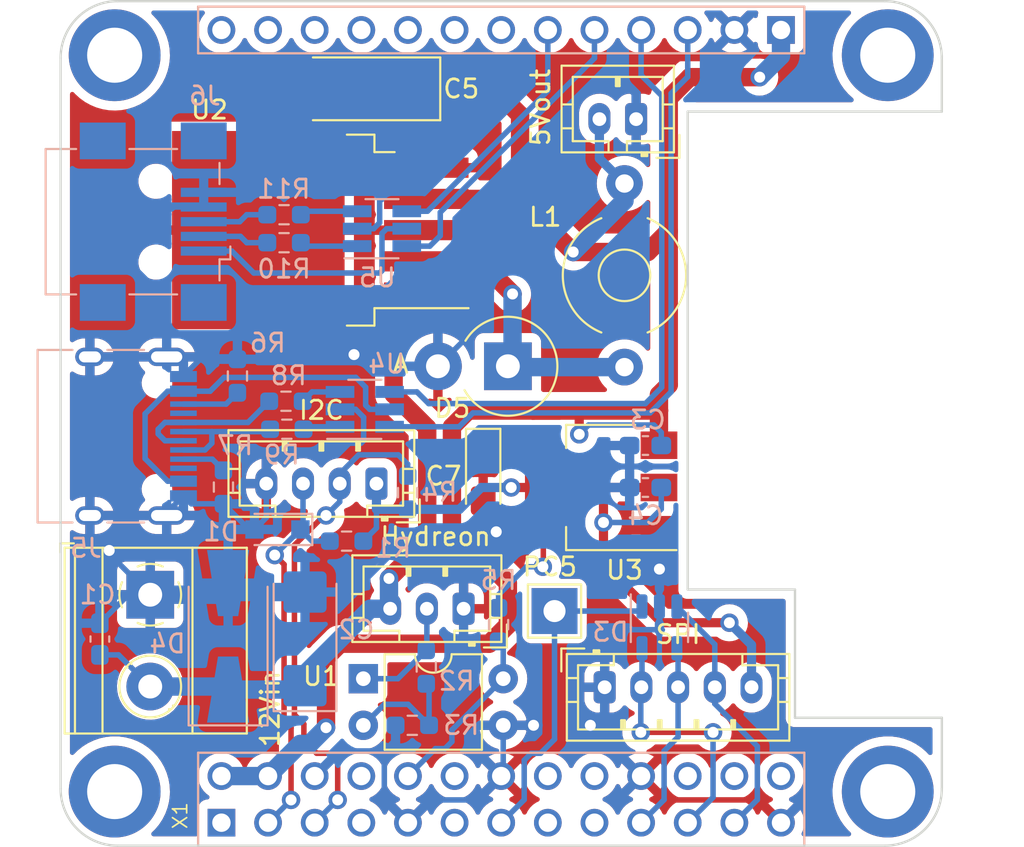
<source format=kicad_pcb>
(kicad_pcb (version 20211014) (generator pcbnew)
  (layers (0 "F.Cu" signal "Top") (31 "B.Cu" signal "Bottom") (34 "B.Paste" user) (35 "F.Paste" user) (36 "B.SilkS" user "B.Silkscreen") (37 "F.SilkS" user "F.Silkscreen") (38 "B.Mask" user) (39 "F.Mask" user) (44 "Edge.Cuts" user))
  (net 0 "")
  (net 1 "+12V")
  (net 2 "GND")
  (net 3 "+5V")
  (net 4 "+3.3V")
  (net 5 "/SDA")
  (net 6 "/SCK")
  (net 7 "/PC5")
  (net 8 "/CLK")
  (net 9 "/MOSI")
  (net 10 "/MISO")
  (net 11 "Net-(D5-Pad1)")
  (net 12 "Net-(J1-Pad2)")
  (net 13 "Net-(J5-PadA5)")
  (net 14 "/USB_DP2")
  (net 15 "/USB_DM2")
  (net 17 "Net-(J5-PadB5)")
  (net 19 "/USB_DM3")
  (net 20 "/USB_DP3")
  (net 21 "Net-(R2-Pad2)")
  (net 22 "/RX")
  (net 23 "Net-(R8-Pad2)")
  (net 24 "Net-(R9-Pad2)")
  (net 25 "/VB2")
  (net 26 "Net-(J5-PadA6)")
  (net 27 "Net-(J5-PadA7)")
  (net 28 "/VB3")
  (net 29 "Net-(J6-Pad2)")
  (net 30 "Net-(J6-Pad3)")
  (net 31 "Net-(R10-Pad2)")
  (net 32 "Net-(R11-Pad2)")
  (footprint "Package_TO_SOT_SMD:TO-263-5_TabPin3" (layer "F.Cu") (at 95.825 63.959 180)
    (fp_text reference "U2")
    (fp_text value "LM2576-5.0")
  )
  (footprint "opi-hat:OPIOHATDEB" (layer "F.Cu") (at 90.441253 96.236509)
    (fp_text reference "X1")
    (fp_text value "OPI-ZERO2-XDEB")
    (fp_line (start 36.140046 -44.749609) (end -5.659953 -44.749609) (layer "Edge.Cuts") (width 0.127))
    (fp_line (start 39.240046 -38.735) (end 39.240046 -41.649609) (layer "Edge.Cuts") (width 0.127))
    (fp_line (start -8.759953 -41.649609) (end -8.759953 -1.849609) (layer "Edge.Cuts") (width 0.127))
    (fp_line (start 39.240046 -38.735) (end 25.4 -38.735) (layer "Edge.Cuts") (width 0.127))
    (fp_line (start 25.4 -38.735) (end 25.4 -12.7) (layer "Edge.Cuts") (width 0.127))
    (fp_line (start 25.4 -12.7) (end 31.242 -12.7) (layer "Edge.Cuts") (width 0.127))
    (fp_line (start 31.242 -5.715) (end 39.243 -5.715) (layer "Edge.Cuts") (width 0.127))
    (fp_line (start 39.243 -5.715) (end 39.243 -1.8542) (layer "Edge.Cuts") (width 0.127))
    (fp_line (start -5.659953 1.25039) (end 36.140046 1.25039) (layer "Edge.Cuts") (width 0.127))
    (fp_line (start 31.242 -12.7) (end 31.242 -5.715) (layer "Edge.Cuts") (width 0.127))
    (fp_arc (start 39.240045 -1.849609) (mid 38.332076 0.342419) (end 36.140046 1.25039) (layer "Edge.Cuts") (width 0.127))
    (fp_arc (start -5.659953 1.250391) (mid -7.851984 0.342422) (end -8.759953 -1.849609) (layer "Edge.Cuts") (width 0.127))
    (fp_arc (start -8.759953 -41.649609) (mid -7.851984 -43.84164) (end -5.659953 -44.749609) (layer "Edge.Cuts") (width 0.127))
    (fp_arc (start 36.140046 -44.749609) (mid 38.332079 -43.841641) (end 39.240046 -41.649609) (layer "Edge.Cuts") (width 0.127))
  )
  (footprint "Connector_JST:JST_PH_B2B-PH-K_1x02_P2.00mm_Vertical" (layer "F.Cu") (at 113.03 57.912 180)
    (fp_text reference "J7" hide)
    (fp_text value "5Vout")
  )
  (footprint "Diode_THT:D_DO-201_P3.81mm_Vertical_AnodeUp" (layer "F.Cu") (at 106.045 71.374 180)
    (fp_text reference "D5")
    (fp_text value "1N5822")
  )
  (footprint "Connector_JST:JST_PH_B5B-PH-K_1x05_P2.00mm_Vertical" (layer "F.Cu") (at 111.316 88.858)
    (fp_text reference "J3" hide)
    (fp_text value "SPI")
  )
  (footprint "TerminalBlock_Phoenix:TerminalBlock_Phoenix_MKDS-1,5-2_1x02_P5.00mm_Horizontal" (layer "F.Cu") (at 86.563 83.82 -90)
    (fp_text reference "J4" hide)
    (fp_text value "12Vin")
  )
  (footprint "Inductor_THT:L_Toroid_Horizontal_D6.5mm_P10.00mm_Diameter7-5mm_Amidon-T25" (layer "F.Cu") (at 112.395 61.421 -90)
    (fp_text reference "L1")
    (fp_text value "100u")
  )
  (footprint "Capacitor_Tantalum_SMD:CP_EIA-3216-18_Kemet-A_Pad1.58x1.35mm_HandSolder" (layer "F.Cu") (at 104.6988 77.2668 -90)
    (fp_text reference "C7")
    (fp_text value "47u 6V")
  )
  (footprint "Package_TO_SOT_SMD:SOT-223-3_TabPin2" (layer "F.Cu") (at 111.125 77.978 180)
    (fp_text reference "U3")
    (fp_text value "LM1117-3.3")
  )
  (footprint "Package_DIP:DIP-4_W7.62mm" (layer "F.Cu") (at 98.171 88.392)
    (fp_text reference "U1")
    (fp_text value "PC817")
  )
  (footprint "TestPoint:TestPoint_THTPad_2.5x2.5mm_Drill1.2mm" (layer "F.Cu") (at 108.585 84.709)
    (fp_text reference "TP7" hide)
    (fp_text value "PC5")
  )
  (footprint "Connector_JST:JST_PH_B3B-PH-K_1x03_P2.00mm_Vertical" (layer "F.Cu") (at 103.632 84.582 180)
    (fp_text reference "J1" hide)
    (fp_text value "Hydreon")
  )
  (footprint "Connector_JST:JST_PH_B4B-PH-K_1x04_P2.00mm_Vertical" (layer "F.Cu") (at 98.885 77.766 180)
    (fp_text reference "J2" hide)
    (fp_text value "I2C")
  )
  (footprint "Capacitor_Tantalum_SMD:CP_EIA-6032-28_Kemet-C_Pad2.25x2.35mm_HandSolder" (layer "F.Cu") (at 98.425 56.261 180)
    (fp_text reference "C5")
    (fp_text value "47u 10V")
  )
  (footprint "Capacitor_SMD:C_0603_1608Metric_Pad1.08x0.95mm_HandSolder" (layer "B.Cu") (at 83.82 86.233 90)
    (fp_text reference "C1")
    (fp_text value "0.1")
  )
  (footprint "Resistor_SMD:R_0603_1608Metric_Pad0.98x0.95mm_HandSolder" (layer "B.Cu") (at 100.584 78.2555 -90)
    (fp_text reference "R4")
    (fp_text value "1k")
  )
  (footprint "Package_TO_SOT_SMD:SOT-23-6_Handsoldering" (layer "B.Cu") (at 98.251 73.721)
    (fp_text reference "U4")
    (fp_text value "USBLC6-2SC6")
  )
  (footprint "Resistor_SMD:R_0603_1608Metric_Pad0.98x0.95mm_HandSolder" (layer "B.Cu") (at 93.853 63.119)
    (fp_text reference "R11")
    (fp_text value "22")
  )
  (footprint "Capacitor_SMD:C_0603_1608Metric_Pad1.08x0.95mm_HandSolder" (layer "B.Cu") (at 113.538 77.978 180)
    (fp_text reference "C4")
    (fp_text value "0.1")
  )
  (footprint "Resistor_SMD:R_0603_1608Metric_Pad0.98x0.95mm_HandSolder" (layer "B.Cu") (at 94.0035 74.803)
    (fp_text reference "R9")
    (fp_text value "22")
  )
  (footprint "Resistor_SMD:R_0603_1608Metric_Pad0.98x0.95mm_HandSolder" (layer "B.Cu") (at 93.853 64.643)
    (fp_text reference "R10")
    (fp_text value "22")
  )
  (footprint "Resistor_SMD:R_0603_1608Metric_Pad0.98x0.95mm_HandSolder" (layer "B.Cu") (at 100.838 90.932 180)
    (fp_text reference "R3")
    (fp_text value "360")
  )
  (footprint "Connector_USB:USB_Mini-B_Wuerth_65100516121_Horizontal" (layer "B.Cu") (at 86.877 63.5 90)
    (fp_text reference "J6")
    (fp_text value "USB_B")
  )
  (footprint "Resistor_SMD:R_0603_1608Metric_Pad0.98x0.95mm_HandSolder" (layer "B.Cu") (at 91.313 71.9055 90)
    (fp_text reference "R6")
    (fp_text value "510")
  )
  (footprint "Resistor_SMD:R_0603_1608Metric_Pad0.98x0.95mm_HandSolder" (layer "B.Cu") (at 97.2585 80.899)
    (fp_text reference "R1")
    (fp_text value "1k")
  )
  (footprint "Resistor_SMD:R_0603_1608Metric_Pad0.98x0.95mm_HandSolder" (layer "B.Cu") (at 90.551 77.9545 -90)
    (fp_text reference "R7")
    (fp_text value "510")
  )
  (footprint "Package_TO_SOT_SMD:SOT-23-6_Handsoldering" (layer "B.Cu") (at 99.187 63.881)
    (fp_text reference "U5")
    (fp_text value "USBLC6-2SC6")
  )
  (footprint "Capacitor_SMD:C_0603_1608Metric_Pad1.08x0.95mm_HandSolder" (layer "B.Cu") (at 113.538 75.692 180)
    (fp_text reference "C3")
    (fp_text value "0.1")
  )
  (footprint "Resistor_SMD:R_0603_1608Metric_Pad0.98x0.95mm_HandSolder" (layer "B.Cu") (at 93.9565 73.279)
    (fp_text reference "R8")
    (fp_text value "22")
  )
  (footprint "Resistor_SMD:R_0603_1608Metric_Pad0.98x0.95mm_HandSolder" (layer "B.Cu") (at 105.537 85.4475 -90)
    (fp_text reference "R5")
    (fp_text value "1k")
  )
  (footprint "Diode_SMD:D_SMA-SMB_Universal_Handsoldering" (layer "B.Cu") (at 90.805 86.085 90)
    (fp_text reference "D4")
    (fp_text value "SS14")
  )
  (footprint "Connector_USB:USB_C_Receptacle_HRO_TYPE-C-31-M-12" (layer "B.Cu") (at 84.328 75.184 90)
    (fp_text reference "J5")
    (fp_text value "USB_C_Receptacle_USB2.0")
  )
  (footprint "Package_TO_SOT_SMD:SOT-23-5" (layer "B.Cu") (at 114.3 85.598 -90)
    (fp_text reference "D3")
    (fp_text value "SP0504BAHT")
  )
  (footprint "Resistor_SMD:R_0603_1608Metric_Pad0.98x0.95mm_HandSolder" (layer "B.Cu") (at 101.6 87.757 -90)
    (fp_text reference "R2")
    (fp_text value "47k")
  )
  (footprint "Diode_SMD:D_SOD-323_HandSoldering" (layer "B.Cu") (at 93.492 80.264 180)
    (fp_text reference "D1")
    (fp_text value "CESD3V3")
  )
  (footprint "Capacitor_Tantalum_SMD:CP_EIA-6032-28_Kemet-C_Pad2.25x2.35mm_HandSolder" (layer "B.Cu") (at 94.996 86.223 90)
    (fp_text reference "C2")
    (fp_text value "47u 16V")
  )
  (segment (start 101.6508 74.7268) (end 101.6508 80.8482) (width 1) (layer "F.Cu") (net 1))
  (segment (start 101.6508 80.8482) (end 99.568 82.931) (width 1) (layer "F.Cu") (net 1))
  (segment (start 101.6 67.437) (end 99.822 69.215) (width 1) (layer "F.Cu") (net 1))
  (segment (start 99.822 69.215) (end 99.822 72.898) (width 1) (layer "F.Cu") (net 1))
  (segment (start 101.6 67.359) (end 101.6 67.437) (width 1) (layer "F.Cu") (net 1))
  (segment (start 99.822 72.898) (end 101.6508 74.7268) (width 1) (layer "F.Cu") (net 1))
  (via (at 99.568 82.931) (size 1) (drill 0.6) (layers "F.Cu" "B.Cu") (net 1))
  (segment (start 86.563 88.82) (end 90.64 88.82) (width 1) (layer "B.Cu") (net 1))
  (segment (start 90.64 88.82) (end 90.805 88.985) (width 1) (layer "B.Cu") (net 1))
  (segment (start 98.552 84.582) (end 99.632 84.582) (width 1) (layer "B.Cu") (net 1))
  (segment (start 90.805 88.985) (end 94.784 88.985) (width 1) (layer "B.Cu") (net 1))
  (segment (start 99.568 82.931) (end 99.568 84.518) (width 1) (layer "B.Cu") (net 1))
  (segment (start 84.8385 87.0955) (end 83.82 87.0955) (width 0.3) (layer "B.Cu") (net 1))
  (segment (start 99.568 84.518) (end 99.632 84.582) (width 1) (layer "B.Cu") (net 1))
  (segment (start 94.784 88.985) (end 94.996 88.773) (width 1) (layer "B.Cu") (net 1))
  (segment (start 94.996 88.138) (end 98.552 84.582) (width 1) (layer "B.Cu") (net 1))
  (segment (start 94.996 88.773) (end 94.996 88.138) (width 1) (layer "B.Cu") (net 1))
  (segment (start 86.563 88.82) (end 84.8385 87.0955) (width 0.3) (layer "B.Cu") (net 1))
  (segment (start 105.41 79.4155) (end 104.6988 78.7043) (width 0.3) (layer "F.Cu") (net 2))
  (segment (start 95.85 60.559) (end 92.45 63.959) (width 0.5) (layer "F.Cu") (net 2))
  (segment (start 85.52 63.959) (end 84.963 64.516) (width 0.3) (layer "F.Cu") (net 2))
  (segment (start 114.275 80.278) (end 114.275 82.398) (width 0.5) (layer "F.Cu") (net 2))
  (segment (start 119.888 94.996) (end 119.888 95.203256) (width 0.3) (layer "F.Cu") (net 2))
  (segment (start 95.875 60.534) (end 92.45 63.959) (width 0.5) (layer "F.Cu") (net 2))
  (segment (start 95.875 56.261) (end 95.875 60.534) (width 0.5) (layer "F.Cu") (net 2))
  (segment (start 116.827762 54.61) (end 114.427 54.61) (width 0.3) (layer "F.Cu") (net 2))
  (segment (start 92.45 63.959) (end 85.52 63.959) (width 0.3) (layer "F.Cu") (net 2))
  (segment (start 84.963 80.264) (end 84.963 80.772) (width 0.3) (layer "F.Cu") (net 2))
  (segment (start 101.6 63.959) (end 92.45 63.959) (width 0.5) (layer "F.Cu") (net 2))
  (segment (start 114.600744 94.996) (end 119.888 94.996) (width 0.3) (layer "F.Cu") (net 2))
  (segment (start 119.888 95.203256) (end 120.921253 96.236509) (width 0.3) (layer "F.Cu") (net 2))
  (segment (start 97.663 69.172) (end 92.45 63.959) (width 0.3) (layer "F.Cu") (net 2))
  (segment (start 101.6 60.559) (end 95.85 60.559) (width 0.5) (layer "F.Cu") (net 2))
  (segment (start 113.03 57.912) (end 113.03 56.007) (width 0.3) (layer "F.Cu") (net 2))
  (segment (start 84.963 80.772) (end 84.328 81.407) (width 0.3) (layer "F.Cu") (net 2))
  (segment (start 110.536744 90.932) (end 107.442 90.932) (width 0.3) (layer "F.Cu") (net 2))
  (segment (start 84.963 64.516) (end 84.963 80.264) (width 0.3) (layer "F.Cu") (net 2))
  (segment (start 113.03 56.007) (end 114.427 54.61) (width 0.3) (layer "F.Cu") (net 2))
  (segment (start 114.275 82.398) (end 114.3 82.423) (width 0.5) (layer "F.Cu") (net 2))
  (segment (start 105.41 80.391) (end 105.41 79.4155) (width 0.3) (layer "F.Cu") (net 2))
  (segment (start 118.381253 53.056509) (end 116.827762 54.61) (width 0.3) (layer "F.Cu") (net 2))
  (segment (start 97.663 70.739) (end 97.663 69.172) (width 0.3) (layer "F.Cu") (net 2))
  (segment (start 113.301253 93.696509) (end 114.600744 94.996) (width 0.3) (layer "F.Cu") (net 2))
  (via (at 105.41 80.391) (size 1) (drill 0.6) (layers "F.Cu" "B.Cu") (net 2))
  (via (at 107.442 90.932) (size 1) (drill 0.6) (layers "F.Cu" "B.Cu") (net 2))
  (via (at 110.536744 90.932) (size 1) (drill 0.6) (layers "F.Cu" "B.Cu") (net 2))
  (via (at 97.663 70.739) (size 1) (drill 0.6) (layers "F.Cu" "B.Cu") (net 2))
  (via (at 84.328 81.407) (size 1) (drill 0.6) (layers "F.Cu" "B.Cu") (net 2))
  (via (at 114.3 82.423) (size 1) (drill 0.6) (layers "F.Cu" "B.Cu") (net 2))
  (segment (start 103.632 82.677) (end 103.632 84.582) (width 0.3) (layer "B.Cu") (net 2))
  (segment (start 90.805 79.121) (end 90.805 83.185) (width 0.3) (layer "B.Cu") (net 2))
  (segment (start 112.522 56.134) (end 113.03 56.642) (width 0.3) (layer "B.Cu") (net 2))
  (segment (start 90.551 78.867) (end 88.806 78.867) (width 0.3) (layer "B.Cu") (net 2))
  (segment (start 92.885 76.914) (end 93.726 76.073) (width 0.3) (layer "B.Cu") (net 2))
  (segment (start 94.996 83.673) (end 97.624598 83.673) (width 0.3) (layer "B.Cu") (net 2))
  (segment (start 90.551 78.867) (end 90.805 79.121) (width 0.3) (layer "B.Cu") (net 2))
  (segment (start 100.144598 81.153) (end 100.925 81.153) (width 0.3) (layer "B.Cu") (net 2))
  (segment (start 100.601253 96.236509) (end 101.841762 94.996) (width 0.3) (layer "B.Cu") (net 2))
  (segment (start 85.636 62.7) (end 85.217 63.119) (width 0.3) (layer "B.Cu") (net 2))
  (segment (start 90.17 83.82) (end 90.805 83.185) (width 1) (layer "B.Cu") (net 2))
  (segment (start 96.888762 92.329) (end 99.314 92.329) (width 0.3) (layer "B.Cu") (net 2))
  (segment (start 96.901 73.721) (end 97.755022 73.721) (width 0.3) (layer "B.Cu") (net 2))
  (segment (start 94.996 83.673) (end 91.293 83.673) (width 1) (layer "B.Cu") (net 2))
  (segment (start 89.477 61.9) (end 98.73 61.9) (width 0.3) (layer "B.Cu") (net 2))
  (segment (start 113.03 81.153) (end 114.3 82.423) (width 0.3) (layer "B.Cu") (net 2))
  (segment (start 98.044 75.565) (end 98.186511 75.422489) (width 0.3) (layer "B.Cu") (net 2))
  (segment (start 99.314 92.329) (end 99.9255 91.7175) (width 0.3) (layer "B.Cu") (net 2))
  (segment (start 93.726 76.073) (end 95.758 76.073) (width 0.3) (layer "B.Cu") (net 2))
  (segment (start 96.266 75.565) (end 98.044 75.565) (width 0.3) (layer "B.Cu") (net 2))
  (segment (start 83.278 79.504) (end 87.458 79.504) (width 0.3) (layer "B.Cu") (net 2))
  (segment (start 104.381762 94.996) (end 105.681253 93.696509) (width 0.3) (layer "B.Cu") (net 2))
  (segment (start 107.442 90.932) (end 105.791 90.932) (width 0.3) (layer "B.Cu") (net 2))
  (segment (start 95.758 76.073) (end 96.266 75.565) (width 0.3) (layer "B.Cu") (net 2))
  (segment (start 89.477 61.9) (end 89.477 62.7) (width 0.3) (layer "B.Cu") (net 2))
  (segment (start 110.49 56.134) (end 112.522 56.134) (width 0.3) (layer "B.Cu") (net 2))
  (segment (start 84.328 81.585) (end 86.563 83.82) (width 0.3) (layer "B.Cu") (net 2))
  (segment (start 87.458 79.349) (end 88.373 78.434) (width 0.3) (layer "B.Cu") (net 2))
  (segment (start 86.563 83.82) (end 90.17 83.82) (width 1) (layer "B.Cu") (net 2))
  (segment (start 104.013 69.596) (end 104.013 68.834) (width 0.3) (layer "B.Cu") (net 2))
  (segment (start 95.521253 93.696509) (end 96.888762 92.329) (width 0.3) (layer "B.Cu") (net 2))
  (segment (start 109.093 81.153) (end 110.109 81.153) (width 0.3) (layer "B.Cu") (net 2))
  (segment (start 102.108 81.153) (end 105.41 81.153) (width 0.3) (layer "B.Cu") (net 2))
  (segment (start 110.109 81.153) (end 113.03 81.153) (width 0.3) (layer "B.Cu") (net 2))
  (segment (start 89.41 70.864) (end 91.184 70.864) (width 0.3) (layer "B.Cu") (net 2))
  (segment (start 83.278 79.504) (end 83.278 70.864) (width 0.3) (layer "B.Cu") (net 2))
  (segment (start 104.013 62.611) (end 110.49 56.134) (width 0.3) (layer "B.Cu") (net 2))
  (segment (start 85.217 65.532) (end 87.458 67.773) (width 0.3) (layer "B.Cu") (net 2))
  (segment (start 84.328 81.407) (end 84.328 81.585) (width 0.3) (layer "B.Cu") (net 2))
  (segment (start 112.6755 77.978) (end 111.506 77.978) (width 0.3) (layer "B.Cu") (net 2))
  (segment (start 114.3 85.59496) (end 114.17148 85.72348) (width 0.3) (layer "B.Cu") (net 2))
  (segment (start 98.186511 74.152489) (end 98.186511 75.422489) (width 0.3) (layer "B.Cu") (net 2))
  (segment (start 87.458 79.504) (end 87.458 79.349) (width 0.3) (layer "B.Cu") (net 2))
  (segment (start 91.293 83.673) (end 90.805 83.185) (width 1) (layer "B.Cu") (net 2))
  (segment (start 101.841762 94.996) (end 104.381762 94.996) (width 0.3) (layer "B.Cu") (net 2))
  (segment (start 111.316 88.858) (end 111.316 90.152744) (width 0.3) (layer "B.Cu") (net 2))
  (segment (start 85.217 63.119) (end 85.217 65.532) (width 0.3) (layer "B.Cu") (net 2))
  (segment (start 105.791 90.932) (end 105.791 93.586762) (width 0.3) (layer "B.Cu") (net 2))
  (segment (start 99.06 62.23) (end 99.06 63.555572) (width 0.3) (layer "B.Cu") (net 2))
  (segment (start 111.316 86.296) (end 111.88852 85.72348) (width 0.3) (layer "B.Cu") (net 2))
  (segment (start 87.458 70.864) (end 89.41 70.864) (width 0.3) (layer "B.Cu") (net 2))
  (segment (start 114.3 84.4605) (end 114.3 82.423) (width 0.3) (layer "B.Cu") (net 2))
  (segment (start 99.314 94.949256) (end 99.314 92.329) (width 0.3) (layer "B.Cu") (net 2))
  (segment (start 105.41 80.391) (end 105.41 81.153) (width 0.3) (layer "B.Cu") (net 2))
  (segment (start 99.9255 91.7175) (end 99.9255 90.932) (width 0.3) (layer "B.Cu") (net 2))
  (segment (start 110.109 79.375) (end 110.109 81.153) (width 0.3) (layer "B.Cu") (net 2))
  (segment (start 89.477 62.7) (end 85.636 62.7) (width 0.3) (layer "B.Cu") (net 2))
  (segment (start 88.806 78.867) (end 88.373 78.434) (width 0.3) (layer "B.Cu") (net 2))
  (segment (start 85.3705 83.82) (end 83.82 85.3705) (width 0.3) (layer "B.Cu") (net 2))
  (segment (start 100.925 81.153) (end 102.108 81.153) (width 0.3) (layer "B.Cu") (net 2))
  (segment (start 102.235 71.374) (end 104.013 69.596) (width 0.3) (layer "B.Cu") (net 2))
  (segment (start 92.885 77.766) (end 92.885 79.621) (width 0.3) (layer "B.Cu") (net 2))
  (segment (start 105.791 93.586762) (end 105.681253 93.696509) (width 0.3) (layer "B.Cu") (net 2))
  (segment (start 91.184 70.864) (end 91.313 70.993) (width 0.3) (layer "B.Cu") (net 2))
  (segment (start 98.73 61.9) (end 99.06 62.23) (width 0.3) (layer "B.Cu") (net 2))
  (segment (start 113.301253 93.696509) (end 110.536744 90.932) (width 0.3) (layer "B.Cu") (net 2))
  (segment (start 88.373 71.901) (end 89.41 70.864) (width 0.3) (layer "B.Cu") (net 2))
  (segment (start 111.88852 85.72348) (end 114.17148 85.72348) (width 0.3) (layer "B.Cu") (net 2))
  (segment (start 91.948 80.264) (end 90.551 78.867) (width 0.3) (layer "B.Cu") (net 2))
  (segment (start 92.242 80.264) (end 91.948 80.264) (width 0.3) (layer "B.Cu") (net 2))
  (segment (start 97.624598 83.673) (end 100.144598 81.153) (width 0.3) (layer "B.Cu") (net 2))
  (segment (start 104.013 68.834) (end 99.568 68.834) (width 0.3) (layer "B.Cu") (net 2))
  (segment (start 102.108 81.153) (end 103.632 82.677) (width 0.3) (layer "B.Cu") (net 2))
  (segment (start 114.3 84.4605) (end 114.3 85.59496) (width 0.3) (layer "B.Cu") (net 2))
  (segment (start 83.278 70.864) (end 87.458 70.864) (width 0.3) (layer "B.Cu") (net 2))
  (segment (start 100.601253 96.236509) (end 99.314 94.949256) (width 0.3) (layer "B.Cu") (net 2))
  (segment (start 104.013 68.834) (end 104.013 62.611) (width 0.3) (layer "B.Cu") (net 2))
  (segment (start 98.734572 63.881) (end 97.837 63.881) (width 0.3) (layer "B.Cu") (net 2))
  (segment (start 111.316 90.152744) (end 110.536744 90.932) (width 0.3) (layer "B.Cu") (net 2))
  (segment (start 105.41 81.153) (end 109.093 81.153) (width 0.3) (layer "B.Cu") (net 2))
  (segment (start 99.06 63.555572) (end 98.734572 63.881) (width 0.3) (layer "B.Cu") (net 2))
  (segment (start 88.373 71.934) (end 88.373 71.901) (width 0.3) (layer "B.Cu") (net 2))
  (segment (start 111.316 88.858) (end 111.316 86.296) (width 0.3) (layer "B.Cu") (net 2))
  (segment (start 99.568 68.834) (end 97.663 70.739) (width 0.3) (layer "B.Cu") (net 2))
  (segment (start 92.885 77.766) (end 92.885 76.914) (width 0.3) (layer "B.Cu") (net 2))
  (segment (start 112.6755 75.692) (end 112.6755 77.978) (width 0.3) (layer "B.Cu") (net 2))
  (segment (start 86.563 83.82) (end 85.3705 83.82) (width 0.3) (layer "B.Cu") (net 2))
  (segment (start 92.885 79.621) (end 92.242 80.264) (width 0.3) (layer "B.Cu") (net 2))
  (segment (start 97.755022 73.721) (end 98.186511 74.152489) (width 0.3) (layer "B.Cu") (net 2))
  (segment (start 87.458 67.773) (end 87.458 70.864) (width 0.3) (layer "B.Cu") (net 2))
  (segment (start 113.03 56.642) (end 113.03 57.912) (width 0.3) (layer "B.Cu") (net 2))
  (segment (start 111.506 77.978) (end 110.109 79.375) (width 0.3) (layer "B.Cu") (net 2))
  (segment (start 107.4166 73.787) (end 108.839 73.787) (width 1) (layer "F.Cu") (net 3))
  (segment (start 114.275 73.7866) (end 114.275 72.923) (width 1) (layer "F.Cu") (net 3))
  (segment (start 119.761 55.626) (end 115.951 55.626) (width 1) (layer "F.Cu") (net 3))
  (segment (start 107.4166 73.787) (end 109.9566 73.787) (width 1) (layer "F.Cu") (net 3))
  (segment (start 114.808 64.008) (end 114.808 72.39) (width 1) (layer "F.Cu") (net 3))
  (segment (start 105.029 86.487) (end 106.045 85.471) (width 1) (layer "F.Cu") (net 3))
  (segment (start 96.139 87.249) (end 96.901 86.487) (width 1) (layer "F.Cu") (net 3))
  (segment (start 115.951 55.626) (end 114.808 56.769) (width 1) (layer "F.Cu") (net 3))
  (segment (start 96.901 86.487) (end 105.029 86.487) (width 1) (layer "F.Cu") (net 3))
  (segment (start 113.665 65.151) (end 109.601 65.151) (width 1) (layer "F.Cu") (net 3))
  (segment (start 106.045 83.185) (end 102.997 80.137) (width 1) (layer "F.Cu") (net 3))
  (segment (start 96.139 91.059) (end 96.139 87.249) (width 1) (layer "F.Cu") (net 3))
  (segment (start 109.9312 73.8124) (end 109.9566 73.787) (width 0.5) (layer "F.Cu") (net 3))
  (segment (start 114.808 64.008) (end 113.665 65.151) (width 1) (layer "F.Cu") (net 3))
  (segment (start 114.2746 73.787) (end 114.275 73.7866) (width 1) (layer "F.Cu") (net 3))
  (segment (start 114.808 56.769) (end 114.808 64.008) (width 1) (layer "F.Cu") (net 3))
  (segment (start 106.709 57.687) (end 106.709 62.259) (width 1) (layer "F.Cu") (net 3))
  (segment (start 109.9312 75.0824) (end 109.9312 73.8124) (width 0.5) (layer "F.Cu") (net 3))
  (segment (start 105.283 56.261) (end 106.709 57.687) (width 1) (layer "F.Cu") (net 3))
  (segment (start 114.275 75.678) (end 114.275 73.7866) (width 1) (layer "F.Cu") (net 3))
  (segment (start 100.975 56.261) (end 105.283 56.261) (width 1) (layer "F.Cu") (net 3))
  (segment (start 101.6 62.259) (end 106.709 62.259) (width 1) (layer "F.Cu") (net 3))
  (segment (start 109.9566 73.787) (end 114.2746 73.787) (width 1) (layer "F.Cu") (net 3))
  (segment (start 103.886 73.787) (end 107.4166 73.787) (width 1) (layer "F.Cu") (net 3))
  (segment (start 114.275 72.923) (end 114.808 72.39) (width 1) (layer "F.Cu") (net 3))
  (segment (start 102.997 74.676) (end 103.886 73.787) (width 1) (layer "F.Cu") (net 3))
  (segment (start 106.045 85.471) (end 106.045 83.185) (width 1) (layer "F.Cu") (net 3))
  (segment (start 106.709 62.259) (end 109.601 65.151) (width 1) (layer "F.Cu") (net 3))
  (segment (start 102.997 80.137) (end 102.997 74.676) (width 1) (layer "F.Cu") (net 3))
  (via (at 119.761 55.626) (size 1) (drill 0.6) (layers "F.Cu" "B.Cu") (net 3))
  (via (at 109.9312 75.0824) (size 1) (drill 0.6) (layers "F.Cu" "B.Cu") (net 3))
  (via (at 109.601 65.151) (size 1) (drill 0.6) (layers "F.Cu" "B.Cu") (net 3))
  (via (at 96.139 91.059) (size 1) (drill 0.6) (layers "F.Cu" "B.Cu") (net 3))
  (segment (start 112.395 62.357) (end 109.601 65.151) (width 1) (layer "B.Cu") (net 3))
  (segment (start 120.921253 54.465747) (end 119.761 55.626) (width 1) (layer "B.Cu") (net 3))
  (segment (start 111.03 57.912) (end 111.03 60.056) (width 0.5) (layer "B.Cu") (net 3))
  (segment (start 111.03 60.056) (end 112.395 61.421) (width 0.5) (layer "B.Cu") (net 3))
  (segment (start 92.981253 93.696509) (end 90.441253 93.696509) (width 1) (layer "B.Cu") (net 3))
  (segment (start 95.25 91.948) (end 94.729762 91.948) (width 1) (layer "B.Cu") (net 3))
  (segment (start 96.139 91.059) (end 95.25 91.948) (width 1) (layer "B.Cu") (net 3))
  (segment (start 110.4392 74.5744) (end 109.9312 75.0824) (width 0.3) (layer "B.Cu") (net 3))
  (segment (start 114.4005 74.9797) (end 113.9952 74.5744) (width 0.3) (layer "B.Cu") (net 3))
  (segment (start 120.921253 53.056509) (end 120.921253 54.465747) (width 1) (layer "B.Cu") (net 3))
  (segment (start 94.729762 91.948) (end 92.981253 93.696509) (width 1) (layer "B.Cu") (net 3))
  (segment (start 112.395 61.421) (end 112.395 62.357) (width 1) (layer "B.Cu") (net 3))
  (segment (start 114.4005 75.692) (end 114.4005 74.9797) (width 0.3) (layer "B.Cu") (net 3))
  (segment (start 113.9952 74.5744) (end 110.4392 74.5744) (width 0.3) (layer "B.Cu") (net 3))
  (segment (start 111.252 77.978) (end 109.855 77.978) (width 0.5) (layer "F.Cu") (net 4))
  (segment (start 118.11 85.344) (end 114.427 85.344) (width 0.5) (layer "F.Cu") (net 4))
  (segment (start 114.427 85.344) (end 111.252 82.169) (width 0.5) (layer "F.Cu") (net 4))
  (segment (start 111.252 82.169) (end 111.252 79.883) (width 0.5) (layer "F.Cu") (net 4))
  (segment (start 107.95 82.296) (end 107.975 82.271) (width 0.3) (layer "F.Cu") (net 4))
  (segment (start 107.975 82.271) (end 107.975 77.978) (width 0.3) (layer "F.Cu") (net 4))
  (segment (start 106.2228 77.978) (end 107.975 77.978) (width 0.5) (layer "F.Cu") (net 4))
  (segment (start 109.855 77.978) (end 107.975 77.978) (width 0.5) (layer "F.Cu") (net 4))
  (segment (start 111.252 79.883) (end 111.252 77.978) (width 0.5) (layer "F.Cu") (net 4))
  (segment (start 105.41 75.692) (end 105.689 75.692) (width 0.3) (layer "F.Cu") (net 4))
  (segment (start 114.275 77.978) (end 111.252 77.978) (width 0.5) (layer "F.Cu") (net 4))
  (segment (start 105.689 75.692) (end 107.975 77.978) (width 0.3) (layer "F.Cu") (net 4))
  (via (at 107.95 82.296) (size 1) (drill 0.6) (layers "F.Cu" "B.Cu") (net 4))
  (via (at 106.2228 77.978) (size 1) (drill 0.6) (layers "F.Cu" "B.Cu") (net 4))
  (via (at 118.11 85.344) (size 1) (drill 0.6) (layers "F.Cu" "B.Cu") (net 4))
  (via (at 111.252 79.883) (size 1) (drill 0.6) (layers "F.Cu" "B.Cu") (net 4))
  (segment (start 119.316 88.858) (end 119.316 86.55) (width 0.5) (layer "B.Cu") (net 4))
  (segment (start 100.584 79.168) (end 103.4072 79.168) (width 0.5) (layer "B.Cu") (net 4))
  (segment (start 98.886 79.168) (end 98.886 77.767) (width 0.5) (layer "B.Cu") (net 4))
  (segment (start 98.886 79.168) (end 98.885 79.169) (width 0.3) (layer "B.Cu") (net 4))
  (segment (start 113.665 79.883) (end 111.252 79.883) (width 0.3) (layer "B.Cu") (net 4))
  (segment (start 98.885 80.185) (end 98.171 80.899) (width 0.3) (layer "B.Cu") (net 4))
  (segment (start 104.5972 77.978) (end 106.2228 77.978) (width 0.5) (layer "B.Cu") (net 4))
  (segment (start 114.4005 77.978) (end 114.4005 79.1475) (width 0.3) (layer "B.Cu") (net 4))
  (segment (start 105.537 84.535) (end 105.537 83.82) (width 0.3) (layer "B.Cu") (net 4))
  (segment (start 98.886 77.767) (end 98.885 77.766) (width 0.3) (layer "B.Cu") (net 4))
  (segment (start 100.584 79.168) (end 98.886 79.168) (width 0.5) (layer "B.Cu") (net 4))
  (segment (start 98.885 79.169) (end 98.885 80.185) (width 0.3) (layer "B.Cu") (net 4))
  (segment (start 119.316 86.55) (end 118.11 85.344) (width 0.5) (layer "B.Cu") (net 4))
  (segment (start 107.061 82.296) (end 107.95 82.296) (width 0.3) (layer "B.Cu") (net 4))
  (segment (start 105.537 83.82) (end 107.061 82.296) (width 0.3) (layer "B.Cu") (net 4))
  (segment (start 103.4072 79.168) (end 104.5972 77.978) (width 0.5) (layer "B.Cu") (net 4))
  (segment (start 114.4005 79.1475) (end 113.665 79.883) (width 0.3) (layer "B.Cu") (net 4))
  (segment (start 93.853 90.678) (end 93.853 82.169) (width 0.3) (layer "F.Cu") (net 5))
  (segment (start 94.234 94.996) (end 94.234 91.059) (width 0.3) (layer "F.Cu") (net 5))
  (segment (start 93.853 82.169) (end 93.345 81.661) (width 0.3) (layer "F.Cu") (net 5))
  (segment (start 94.234 91.059) (end 93.853 90.678) (width 0.3) (layer "F.Cu") (net 5))
  (via (at 93.345 81.661) (size 1) (drill 0.6) (layers "F.Cu" "B.Cu") (net 5))
  (via (at 94.234 94.996) (size 1) (drill 0.6) (layers "F.Cu" "B.Cu") (net 5))
  (segment (start 92.993491 96.236509) (end 94.234 94.996) (width 0.3) (layer "B.Cu") (net 5))
  (segment (start 94.885 80.121) (end 94.742 80.264) (width 0.3) (layer "B.Cu") (net 5))
  (segment (start 94.885 77.766) (end 94.885 80.121) (width 0.3) (layer "B.Cu") (net 5))
  (segment (start 93.345 81.661) (end 94.742 80.264) (width 0.3) (layer "B.Cu") (net 5))
  (segment (start 92.981253 96.236509) (end 92.993491 96.236509) (width 0.3) (layer "B.Cu") (net 5))
  (segment (start 96.346 80.899) (end 95.377 80.899) (width 0.3) (layer "B.Cu") (net 5))
  (segment (start 95.377 80.899) (end 94.742 80.264) (width 0.3) (layer "B.Cu") (net 5))
  (segment (start 94.9325 90.8685) (end 94.9325 91.7575) (width 0.3) (layer "F.Cu") (net 6))
  (segment (start 96.774 92.71) (end 96.774 94.996) (width 0.3) (layer "F.Cu") (net 6))
  (segment (start 96.0355 79.502) (end 94.7655 80.772) (width 0.3) (layer "F.Cu") (net 6))
  (segment (start 94.9325 91.7575) (end 95.631 92.456) (width 0.3) (layer "F.Cu") (net 6))
  (segment (start 94.7655 80.772) (end 94.417742 81.119758) (width 0.3) (layer "F.Cu") (net 6))
  (segment (start 95.631 92.456) (end 96.52 92.456) (width 0.3) (layer "F.Cu") (net 6))
  (segment (start 96.52 92.456) (end 96.774 92.71) (width 0.3) (layer "F.Cu") (net 6))
  (segment (start 94.417742 81.119758) (end 94.417742 90.353742) (width 0.3) (layer "F.Cu") (net 6))
  (segment (start 94.417742 90.353742) (end 94.9325 90.8685) (width 0.3) (layer "F.Cu") (net 6))
  (segment (start 96.139 79.502) (end 96.0355 79.502) (width 0.3) (layer "F.Cu") (net 6))
  (via (at 96.774 94.996) (size 1) (drill 0.6) (layers "F.Cu" "B.Cu") (net 6))
  (via (at 96.139 79.502) (size 1) (drill 0.6) (layers "F.Cu" "B.Cu") (net 6))
  (segment (start 96.885 77.232) (end 97.917 76.2) (width 0.3) (layer "B.Cu") (net 6))
  (segment (start 100.584 76.708) (end 100.584 77.343) (width 0.3) (layer "B.Cu") (net 6))
  (segment (start 96.774 94.996) (end 96.761762 94.996) (width 0.3) (layer "B.Cu") (net 6))
  (segment (start 96.761762 94.996) (end 95.521253 96.236509) (width 0.3) (layer "B.Cu") (net 6))
  (segment (start 96.885 77.766) (end 96.885 78.756) (width 0.3) (layer "B.Cu") (net 6))
  (segment (start 96.885 78.756) (end 96.139 79.502) (width 0.3) (layer "B.Cu") (net 6))
  (segment (start 97.917 76.2) (end 100.076 76.2) (width 0.3) (layer "B.Cu") (net 6))
  (segment (start 96.885 77.766) (end 96.885 77.232) (width 0.3) (layer "B.Cu") (net 6))
  (segment (start 100.076 76.2) (end 100.584 76.708) (width 0.3) (layer "B.Cu") (net 6))
  (segment (start 107.823 92.456) (end 107.315 92.456) (width 0.3) (layer "B.Cu") (net 7))
  (segment (start 106.934 92.837) (end 106.934 94.983762) (width 0.3) (layer "B.Cu") (net 7))
  (segment (start 113.1015 84.709) (end 108.585 84.709) (width 0.3) (layer "B.Cu") (net 7))
  (segment (start 106.934 92.837) (end 107.315 92.456) (width 0.3) (layer "B.Cu") (net 7))
  (segment (start 108.585 84.709) (end 108.585 91.694) (width 0.3) (layer "B.Cu") (net 7))
  (segment (start 108.585 91.694) (end 107.823 92.456) (width 0.3) (layer "B.Cu") (net 7))
  (segment (start 113.35 84.4605) (end 113.1015 84.709) (width 0.3) (layer "B.Cu") (net 7))
  (segment (start 106.934 94.983762) (end 105.681253 96.236509) (width 0.3) (layer "B.Cu") (net 7))
  (segment (start 117.316 86.5265) (end 115.25 84.4605) (width 0.3) (layer "B.Cu") (net 8))
  (segment (start 117.316 89.757) (end 119.634 92.075) (width 0.3) (layer "B.Cu") (net 8))
  (segment (start 119.634 94.983762) (end 118.381253 96.236509) (width 0.3) (layer "B.Cu") (net 8))
  (segment (start 117.316 88.858) (end 117.316 86.5265) (width 0.3) (layer "B.Cu") (net 8))
  (segment (start 117.316 88.858) (end 117.316 89.757) (width 0.3) (layer "B.Cu") (net 8))
  (segment (start 119.634 92.075) (end 119.634 94.983762) (width 0.3) (layer "B.Cu") (net 8))
  (segment (start 115.316 88.858) (end 115.316 86.8015) (width 0.3) (layer "B.Cu") (net 9))
  (segment (start 114.554 92.329) (end 114.554 94.983762) (width 0.3) (layer "B.Cu") (net 9))
  (segment (start 115.316 86.8015) (end 115.25 86.7355) (width 0.3) (layer "B.Cu") (net 9))
  (segment (start 114.554 94.983762) (end 113.301253 96.236509) (width 0.3) (layer "B.Cu") (net 9))
  (segment (start 115.316 88.858) (end 115.316 91.567) (width 0.3) (layer "B.Cu") (net 9))
  (segment (start 115.316 91.567) (end 114.554 92.329) (width 0.3) (layer "B.Cu") (net 9))
  (segment (start 117.221 91.313) (end 113.284 91.313) (width 0.3) (layer "F.Cu") (net 10))
  (via (at 117.221 91.313) (size 1) (drill 0.6) (layers "F.Cu" "B.Cu") (net 10))
  (via (at 113.284 91.313) (size 1) (drill 0.6) (layers "F.Cu" "B.Cu") (net 10))
  (segment (start 113.35 88.824) (end 113.316 88.858) (width 0.3) (layer "B.Cu") (net 10))
  (segment (start 115.841253 96.236509) (end 117.221 94.856762) (width 0.3) (layer "B.Cu") (net 10))
  (segment (start 117.221 94.856762) (end 117.221 91.694) (width 0.3) (layer "B.Cu") (net 10))
  (segment (start 113.284 91.313) (end 113.284 88.89) (width 0.3) (layer "B.Cu") (net 10))
  (segment (start 113.284 88.89) (end 113.316 88.858) (width 0.3) (layer "B.Cu") (net 10))
  (segment (start 117.221 91.694) (end 117.221 91.313) (width 0.3) (layer "B.Cu") (net 10))
  (segment (start 113.35 86.7355) (end 113.35 88.824) (width 0.3) (layer "B.Cu") (net 10))
  (segment (start 101.6 65.659) (end 104.521 65.659) (width 1) (layer "F.Cu") (net 11))
  (segment (start 104.521 65.659) (end 106.299 67.437) (width 1) (layer "F.Cu") (net 11))
  (via (at 106.299 67.437) (size 1) (drill 0.6) (layers "F.Cu" "B.Cu") (net 11))
  (segment (start 106.299 67.437) (end 106.299 71.12) (width 1) (layer "B.Cu") (net 11))
  (segment (start 112.395 71.421) (end 106.092 71.421) (width 1) (layer "B.Cu") (net 11))
  (segment (start 106.092 71.421) (end 106.045 71.374) (width 1) (layer "B.Cu") (net 11))
  (segment (start 106.299 71.12) (end 106.045 71.374) (width 1) (layer "B.Cu") (net 11))
  (segment (start 101.632 84.582) (end 101.632 86.8125) (width 0.3) (layer "B.Cu") (net 12))
  (segment (start 101.632 86.8125) (end 101.6 86.8445) (width 0.3) (layer "B.Cu") (net 12))
  (segment (start 100.0525 88.392) (end 98.171 88.392) (width 0.3) (layer "B.Cu") (net 12))
  (segment (start 101.6 86.8445) (end 100.0525 88.392) (width 0.3) (layer "B.Cu") (net 12))
  (segment (start 88.373 76.434) (end 89.943 76.434) (width 0.3) (layer "B.Cu") (net 13))
  (segment (start 89.943 76.434) (end 90.551 77.042) (width 0.3) (layer "B.Cu") (net 13))
  (segment (start 114.427 72.517) (end 113.538 73.406) (width 0.3) (layer "B.Cu") (net 14))
  (segment (start 99.601 72.771) (end 101.092 72.771) (width 0.3) (layer "B.Cu") (net 14))
  (segment (start 101.727 73.406) (end 113.538 73.406) (width 0.3) (layer "B.Cu") (net 14))
  (segment (start 113.301253 55.516253) (end 114.427 56.642) (width 0.3) (layer "B.Cu") (net 14))
  (segment (start 113.301253 53.056509) (end 113.301253 55.516253) (width 0.3) (layer "B.Cu") (net 14))
  (segment (start 101.092 72.771) (end 101.727 73.406) (width 0.3) (layer "B.Cu") (net 14))
  (segment (start 114.427 56.642) (end 114.427 72.517) (width 0.3) (layer "B.Cu") (net 14))
  (segment (start 113.792 73.914) (end 104.14 73.914) (width 0.3) (layer "B.Cu") (net 15))
  (segment (start 115.841253 55.608747) (end 114.935 56.515) (width 0.3) (layer "B.Cu") (net 15))
  (segment (start 114.935 56.515) (end 114.935 72.771) (width 0.3) (layer "B.Cu") (net 15))
  (segment (start 103.383 74.671) (end 104.14 73.914) (width 0.3) (layer "B.Cu") (net 15))
  (segment (start 99.601 74.671) (end 103.383 74.671) (width 0.3) (layer "B.Cu") (net 15))
  (segment (start 114.935 72.771) (end 113.792 73.914) (width 0.3) (layer "B.Cu") (net 15))
  (segment (start 115.841253 53.056509) (end 115.841253 55.608747) (width 0.3) (layer "B.Cu") (net 15))
  (segment (start 88.373 73.434) (end 90.697 73.434) (width 0.3) (layer "B.Cu") (net 17))
  (segment (start 90.697 73.434) (end 91.313 72.818) (width 0.3) (layer "B.Cu") (net 17))
  (segment (start 101.793 64.831) (end 100.537 64.831) (width 0.3) (layer "B.Cu") (net 19))
  (segment (start 110.761253 54.592747) (end 102.362 62.992) (width 0.3) (layer "B.Cu") (net 19))
  (segment (start 102.362 64.262) (end 101.793 64.831) (width 0.3) (layer "B.Cu") (net 19))
  (segment (start 102.362 62.992) (end 102.362 64.262) (width 0.3) (layer "B.Cu") (net 19))
  (segment (start 110.761253 53.056509) (end 110.761253 54.592747) (width 0.3) (layer "B.Cu") (net 19))
  (segment (start 108.221253 56.370747) (end 108.221253 53.056509) (width 0.3) (layer "B.Cu") (net 20))
  (segment (start 100.537 62.931) (end 101.661 62.931) (width 0.3) (layer "B.Cu") (net 20))
  (segment (start 101.661 62.931) (end 108.221253 56.370747) (width 0.3) (layer "B.Cu") (net 20))
  (segment (start 100.6075 89.789) (end 101.7505 90.932) (width 0.3) (layer "B.Cu") (net 21))
  (segment (start 99.314 89.789) (end 100.6075 89.789) (width 0.3) (layer "B.Cu") (net 21))
  (segment (start 101.7505 88.82) (end 101.6 88.6695) (width 0.3) (layer "B.Cu") (net 21))
  (segment (start 101.7505 90.932) (end 101.7505 88.82) (width 0.3) (layer "B.Cu") (net 21))
  (segment (start 98.171 90.932) (end 99.314 89.789) (width 0.3) (layer "B.Cu") (net 21))
  (segment (start 102.997 91.186) (end 105.791 88.392) (width 0.3) (layer "B.Cu") (net 22))
  (segment (start 102.095762 92.202) (end 102.616 92.202) (width 0.3) (layer "B.Cu") (net 22))
  (segment (start 102.997 91.821) (end 102.997 91.186) (width 0.3) (layer "B.Cu") (net 22))
  (segment (start 102.616 92.202) (end 102.997 91.821) (width 0.3) (layer "B.Cu") (net 22))
  (segment (start 105.791 88.392) (end 105.791 86.614) (width 0.3) (layer "B.Cu") (net 22))
  (segment (start 105.791 86.614) (end 105.537 86.36) (width 0.3) (layer "B.Cu") (net 22))
  (segment (start 100.601253 93.696509) (end 102.095762 92.202) (width 0.3) (layer "B.Cu") (net 22))
  (segment (start 96.901 72.771) (end 95.377 72.771) (width 0.3) (layer "B.Cu") (net 23))
  (segment (start 95.377 72.771) (end 94.869 73.279) (width 0.3) (layer "B.Cu") (net 23))
  (segment (start 96.901 74.671) (end 95.048 74.671) (width 0.3) (layer "B.Cu") (net 24))
  (segment (start 95.048 74.671) (end 94.916 74.803) (width 0.3) (layer "B.Cu") (net 24))
  (segment (start 88.373 72.734) (end 89.826 72.734) (width 0.3) (layer "B.Cu") (net 25))
  (segment (start 87.512629 77.634) (end 88.373 77.634) (width 0.3) (layer "B.Cu") (net 25))
  (segment (start 86.282814 76.404186) (end 87.512629 77.634) (width 0.3) (layer "B.Cu") (net 25))
  (segment (start 98.298 72.517) (end 98.298 73.498) (width 0.3) (layer "B.Cu") (net 25))
  (segment (start 88.373 72.734) (end 87.512629 72.734) (width 0.3) (layer "B.Cu") (net 25))
  (segment (start 98.521 73.721) (end 99.601 73.721) (width 0.3) (layer "B.Cu") (net 25))
  (segment (start 89.826 72.734) (end 90.57902 71.98098) (width 0.3) (layer "B.Cu") (net 25))
  (segment (start 98.298 73.498) (end 98.521 73.721) (width 0.3) (layer "B.Cu") (net 25))
  (segment (start 87.512629 72.734) (end 86.282814 73.963814) (width 0.3) (layer "B.Cu") (net 25))
  (segment (start 97.76198 71.98098) (end 98.298 72.517) (width 0.3) (layer "B.Cu") (net 25))
  (segment (start 90.57902 71.98098) (end 97.76198 71.98098) (width 0.3) (layer "B.Cu") (net 25))
  (segment (start 86.282814 73.963814) (end 86.282814 76.404186) (width 0.3) (layer "B.Cu") (net 25))
  (segment (start 87.364 74.434) (end 86.995 74.803) (width 0.3) (layer "B.Cu") (net 26))
  (segment (start 88.373 74.434) (end 91.889 74.434) (width 0.3) (layer "B.Cu") (net 26))
  (segment (start 88.373 74.434) (end 87.364 74.434) (width 0.3) (layer "B.Cu") (net 26))
  (segment (start 86.995 74.803) (end 86.995 75.057) (width 0.3) (layer "B.Cu") (net 26))
  (segment (start 87.372 75.434) (end 88.373 75.434) (width 0.3) (layer "B.Cu") (net 26))
  (segment (start 86.995 75.057) (end 87.372 75.434) (width 0.3) (layer "B.Cu") (net 26))
  (segment (start 91.889 74.434) (end 93.044 73.279) (width 0.3) (layer "B.Cu") (net 26))
  (segment (start 92.96 74.934) (end 93.091 74.803) (width 0.3) (layer "B.Cu") (net 27))
  (segment (start 89.92 75.561) (end 89.92 74.934) (width 0.3) (layer "B.Cu") (net 27))
  (segment (start 88.373 74.934) (end 89.92 74.934) (width 0.3) (layer "B.Cu") (net 27))
  (segment (start 88.373 75.934) (end 89.547 75.934) (width 0.3) (layer "B.Cu") (net 27))
  (segment (start 89.92 74.934) (end 92.96 74.934) (width 0.3) (layer "B.Cu") (net 27))
  (segment (start 89.547 75.934) (end 89.92 75.561) (width 0.3) (layer "B.Cu") (net 27))
  (segment (start 91.008 65.1) (end 92.202 66.294) (width 0.3) (layer "B.Cu") (net 28))
  (segment (start 99.187 64.135) (end 99.441 63.881) (width 0.3) (layer "B.Cu") (net 28))
  (segment (start 89.477 65.1) (end 91.008 65.1) (width 0.3) (layer "B.Cu") (net 28))
  (segment (start 92.202 66.294) (end 99.06 66.294) (width 0.3) (layer "B.Cu") (net 28))
  (segment (start 99.06 66.294) (end 99.187 66.167) (width 0.3) (layer "B.Cu") (net 28))
  (segment (start 99.187 66.167) (end 99.187 64.135) (width 0.3) (layer "B.Cu") (net 28))
  (segment (start 99.441 63.881) (end 100.537 63.881) (width 0.3) (layer "B.Cu") (net 28))
  (segment (start 91.478 64.3) (end 91.821 64.643) (width 0.3) (layer "B.Cu") (net 29))
  (segment (start 91.821 64.643) (end 92.9405 64.643) (width 0.3) (layer "B.Cu") (net 29))
  (segment (start 89.477 64.3) (end 91.478 64.3) (width 0.3) (layer "B.Cu") (net 29))
  (segment (start 91.821 63.119) (end 91.44 63.5) (width 0.3) (layer "B.Cu") (net 30))
  (segment (start 91.44 63.5) (end 89.477 63.5) (width 0.3) (layer "B.Cu") (net 30))
  (segment (start 92.9405 63.119) (end 91.821 63.119) (width 0.3) (layer "B.Cu") (net 30))
  (segment (start 94.9535 64.831) (end 94.7655 64.643) (width 0.3) (layer "B.Cu") (net 31))
  (segment (start 97.837 64.831) (end 94.9535 64.831) (width 0.3) (layer "B.Cu") (net 31))
  (segment (start 97.837 62.931) (end 94.9535 62.931) (width 0.3) (layer "B.Cu") (net 32))
  (segment (start 94.9535 62.931) (end 94.7655 63.119) (width 0.3) (layer "B.Cu") (net 32))
  (zone (net 2) (net_name "GND") (layers F&B.Cu) (connect_pads (clearance 0.508)) (min_thickness 0.254) (fill yes (thermal_gap 0.508) (thermal_bridge_width 0.508))
    (polygon (pts (xy 129.54 97.028) (xy 81.788 97.028) (xy 81.788 51.816) (xy 129.54 51.816)))
  )
)
</source>
